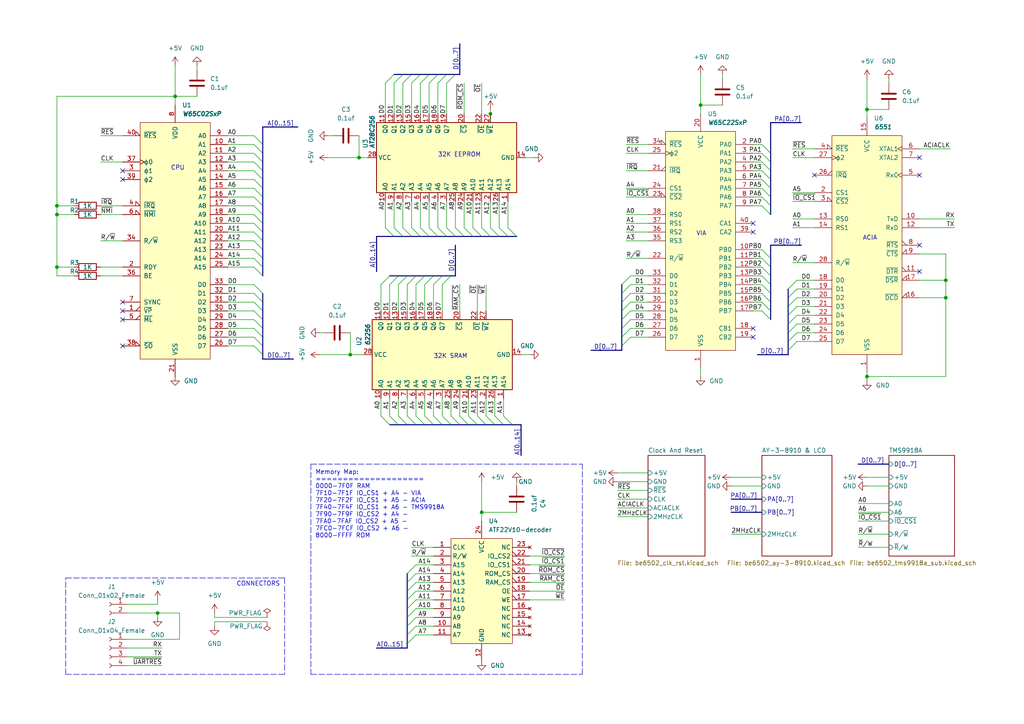
<source format=kicad_sch>
(kicad_sch (version 20211123) (generator eeschema)
  (paper "A4")
  (title_block (title "BE6502 Retroboard"))
  (lib_symbols
    (symbol "65xx:6551" (pin_names (offset 1.016))
      (property "Reference" "U" (at -10.16 33.02 0))
      (property "Value" "6551" (at 0 0 90))
      (symbol "6551_1_1"
        (pin power_in line (at 0 -36.83 90) (length 5.08) (name "VSS") (number "1"))
        (pin output line (at 15.24 7.62 180) (length 5.08) (name "TxD") (number "10"))
        (pin output output_low (at 15.24 -7.62 180) (length 5.08) (name "~{DTR}") (number "11"))
        (pin input line (at 15.24 5.08 180) (length 5.08) (name "RxD") (number "12"))
        (pin input line (at -15.24 7.62 0) (length 5.08) (name "RS0") (number "13"))
        (pin input line (at -15.24 5.08 0) (length 5.08) (name "RS1") (number "14"))
        (pin power_in line (at 0 36.83 270) (length 5.08) (name "VCC") (number "15"))
        (pin input input_low (at 15.24 -15.24 180) (length 5.08) (name "~{DCD}") (number "16"))
        (pin input input_low (at 15.24 -10.16 180) (length 5.08) (name "~{DSR}") (number "17"))
        (pin bidirectional line (at -15.24 -10.16 0) (length 5.08) (name "D0") (number "18"))
        (pin bidirectional line (at -15.24 -12.7 0) (length 5.08) (name "D1") (number "19"))
        (pin input line (at -15.24 15.24 0) (length 5.08) (name "CS1") (number "2"))
        (pin bidirectional line (at -15.24 -15.24 0) (length 5.08) (name "D2") (number "20"))
        (pin bidirectional line (at -15.24 -17.78 0) (length 5.08) (name "D3") (number "21"))
        (pin bidirectional line (at -15.24 -20.32 0) (length 5.08) (name "D4") (number "22"))
        (pin bidirectional line (at -15.24 -22.86 0) (length 5.08) (name "D5") (number "23"))
        (pin bidirectional line (at -15.24 -25.4 0) (length 5.08) (name "D6") (number "24"))
        (pin bidirectional line (at -15.24 -27.94 0) (length 5.08) (name "D7") (number "25"))
        (pin open_collector output_low (at -15.24 20.32 0) (length 5.08) (name "~{IRQ}") (number "26"))
        (pin input clock (at -15.24 25.4 0) (length 5.08) (name "ϕ2") (number "27"))
        (pin input line (at -15.24 -5.08 0) (length 5.08) (name "R/~{W}") (number "28"))
        (pin input input_low (at -15.24 12.7 0) (length 5.08) (name "~{CS2}") (number "3"))
        (pin input input_low (at -15.24 27.94 0) (length 5.08) (name "~{RES}") (number "4"))
        (pin bidirectional clock (at 15.24 20.32 180) (length 5.08) (name "RxC") (number "5"))
        (pin input clock (at 15.24 27.94 180) (length 5.08) (name "XTAL1") (number "6"))
        (pin output line (at 15.24 25.4 180) (length 5.08) (name "XTAL2") (number "7"))
        (pin output output_low (at 15.24 0 180) (length 5.08) (name "~{RTS}") (number "8"))
        (pin input input_low (at 15.24 -2.54 180) (length 5.08) (name "~{CTS}") (number "9"))
      )
    )
    (symbol "65xx:W65C02SxP" (pin_names (offset 1.016))
      (property "Reference" "U" (at -10.16 35.56 0))
      (property "Value" "W65C02SxP" (at 0 0 90))
      (symbol "W65C02SxP_1_1"
        (pin output output_low (at -15.24 -20.32 0) (length 5.08) (name "~{VP}") (number "1"))
        (pin tri_state line (at 15.24 27.94 180) (length 5.08) (name "A1") (number "10"))
        (pin tri_state line (at 15.24 25.4 180) (length 5.08) (name "A2") (number "11"))
        (pin tri_state line (at 15.24 22.86 180) (length 5.08) (name "A3") (number "12"))
        (pin tri_state line (at 15.24 20.32 180) (length 5.08) (name "A4") (number "13"))
        (pin tri_state line (at 15.24 17.78 180) (length 5.08) (name "A5") (number "14"))
        (pin tri_state line (at 15.24 15.24 180) (length 5.08) (name "A6") (number "15"))
        (pin tri_state line (at 15.24 12.7 180) (length 5.08) (name "A7") (number "16"))
        (pin tri_state line (at 15.24 10.16 180) (length 5.08) (name "A8") (number "17"))
        (pin tri_state line (at 15.24 7.62 180) (length 5.08) (name "A9") (number "18"))
        (pin tri_state line (at 15.24 5.08 180) (length 5.08) (name "A10") (number "19"))
        (pin open_collector line (at -15.24 -7.62 0) (length 5.08) (name "RDY") (number "2"))
        (pin tri_state line (at 15.24 2.54 180) (length 5.08) (name "A11") (number "20"))
        (pin power_in line (at 0 -39.37 90) (length 5.08) (name "VSS") (number "21"))
        (pin tri_state line (at 15.24 0 180) (length 5.08) (name "A12") (number "22"))
        (pin tri_state line (at 15.24 -2.54 180) (length 5.08) (name "A13") (number "23"))
        (pin tri_state line (at 15.24 -5.08 180) (length 5.08) (name "A14") (number "24"))
        (pin tri_state line (at 15.24 -7.62 180) (length 5.08) (name "A15") (number "25"))
        (pin bidirectional line (at 15.24 -30.48 180) (length 5.08) (name "D7") (number "26"))
        (pin bidirectional line (at 15.24 -27.94 180) (length 5.08) (name "D6") (number "27"))
        (pin bidirectional line (at 15.24 -25.4 180) (length 5.08) (name "D5") (number "28"))
        (pin bidirectional line (at 15.24 -22.86 180) (length 5.08) (name "D4") (number "29"))
        (pin output line (at -15.24 20.32 0) (length 5.08) (name "ϕ1") (number "3"))
        (pin bidirectional line (at 15.24 -20.32 180) (length 5.08) (name "D3") (number "30"))
        (pin bidirectional line (at 15.24 -17.78 180) (length 5.08) (name "D2") (number "31"))
        (pin bidirectional line (at 15.24 -15.24 180) (length 5.08) (name "D1") (number "32"))
        (pin bidirectional line (at 15.24 -12.7 180) (length 5.08) (name "D0") (number "33"))
        (pin tri_state line (at -15.24 0 0) (length 5.08) (name "R/~{W}") (number "34"))
        (pin no_connect non_logic (at -10.16 -27.94 0) (length 2.54) hide (name "nc") (number "35"))
        (pin input line (at -15.24 -10.16 0) (length 5.08) (name "BE") (number "36"))
        (pin input clock (at -15.24 22.86 0) (length 5.08) (name "ϕ0") (number "37"))
        (pin input input_low (at -15.24 -30.48 0) (length 5.08) (name "~{SO}") (number "38"))
        (pin output line (at -15.24 17.78 0) (length 5.08) (name "ϕ2") (number "39"))
        (pin input input_low (at -15.24 10.16 0) (length 5.08) (name "~{IRQ}") (number "4"))
        (pin input input_low (at -15.24 30.48 0) (length 5.08) (name "~{RES}") (number "40"))
        (pin output output_low (at -15.24 -22.86 0) (length 5.08) (name "~{ML}") (number "5"))
        (pin input input_low (at -15.24 7.62 0) (length 5.08) (name "~{NMI}") (number "6"))
        (pin output line (at -15.24 -17.78 0) (length 5.08) (name "SYNC") (number "7"))
        (pin power_in line (at 0 39.37 270) (length 5.08) (name "VDD") (number "8"))
        (pin tri_state line (at 15.24 30.48 180) (length 5.08) (name "A0") (number "9"))
      )
    )
    (symbol "65xx:W65C22SxP" (pin_names (offset 1.016))
      (property "Reference" "U" (at -10.16 33.02 0))
      (property "Value" "W65C22SxP" (at 0 0 90))
      (symbol "W65C22SxP_1_1"
        (pin power_in line (at 0 -36.83 90) (length 5.08) (name "VSS") (number "1"))
        (pin bidirectional line (at 15.24 -2.54 180) (length 5.08) (name "PB0") (number "10"))
        (pin bidirectional line (at 15.24 -5.08 180) (length 5.08) (name "PB1") (number "11"))
        (pin bidirectional line (at 15.24 -7.62 180) (length 5.08) (name "PB2") (number "12"))
        (pin bidirectional line (at 15.24 -10.16 180) (length 5.08) (name "PB3") (number "13"))
        (pin bidirectional line (at 15.24 -12.7 180) (length 5.08) (name "PB4") (number "14"))
        (pin bidirectional line (at 15.24 -15.24 180) (length 5.08) (name "PB5") (number "15"))
        (pin bidirectional line (at 15.24 -17.78 180) (length 5.08) (name "PB6") (number "16"))
        (pin bidirectional line (at 15.24 -20.32 180) (length 5.08) (name "PB7") (number "17"))
        (pin input line (at 15.24 -25.4 180) (length 5.08) (name "CB1") (number "18"))
        (pin bidirectional line (at 15.24 -27.94 180) (length 5.08) (name "CB2") (number "19"))
        (pin bidirectional line (at 15.24 27.94 180) (length 5.08) (name "PA0") (number "2"))
        (pin power_in line (at 0 36.83 270) (length 5.08) (name "VCC") (number "20"))
        (pin output output_low (at -15.24 20.32 0) (length 5.08) (name "~{IRQ}") (number "21"))
        (pin input line (at -15.24 -5.08 0) (length 5.08) (name "R/~{W}") (number "22"))
        (pin input input_low (at -15.24 12.7 0) (length 5.08) (name "~{CS2}") (number "23"))
        (pin input line (at -15.24 15.24 0) (length 5.08) (name "CS1") (number "24"))
        (pin input clock (at -15.24 25.4 0) (length 5.08) (name "ϕ2") (number "25"))
        (pin bidirectional line (at -15.24 -27.94 0) (length 5.08) (name "D7") (number "26"))
        (pin bidirectional line (at -15.24 -25.4 0) (length 5.08) (name "D6") (number "27"))
        (pin bidirectional line (at -15.24 -22.86 0) (length 5.08) (name "D5") (number "28"))
        (pin bidirectional line (at -15.24 -20.32 0) (length 5.08) (name "D4") (number "29"))
        (pin bidirectional line (at 15.24 25.4 180) (length 5.08) (name "PA1") (number "3"))
        (pin bidirectional line (at -15.24 -17.78 0) (length 5.08) (name "D3") (number "30"))
        (pin bidirectional line (at -15.24 -15.24 0) (length 5.08) (name "D2") (number "31"))
        (pin bidirectional line (at -15.24 -12.7 0) (length 5.08) (name "D1") (number "32"))
        (pin bidirectional line (at -15.24 -10.16 0) (length 5.08) (name "D0") (number "33"))
        (pin input input_low (at -15.24 27.94 0) (length 5.08) (name "~{RES}") (number "34"))
        (pin input line (at -15.24 0 0) (length 5.08) (name "RS3") (number "35"))
        (pin input line (at -15.24 2.54 0) (length 5.08) (name "RS2") (number "36"))
        (pin input line (at -15.24 5.08 0) (length 5.08) (name "RS1") (number "37"))
        (pin input line (at -15.24 7.62 0) (length 5.08) (name "RS0") (number "38"))
        (pin bidirectional line (at 15.24 2.54 180) (length 5.08) (name "CA2") (number "39"))
        (pin bidirectional line (at 15.24 22.86 180) (length 5.08) (name "PA2") (number "4"))
        (pin input line (at 15.24 5.08 180) (length 5.08) (name "CA1") (number "40"))
        (pin bidirectional line (at 15.24 20.32 180) (length 5.08) (name "PA3") (number "5"))
        (pin bidirectional line (at 15.24 17.78 180) (length 5.08) (name "PA4") (number "6"))
        (pin bidirectional line (at 15.24 15.24 180) (length 5.08) (name "PA5") (number "7"))
        (pin bidirectional line (at 15.24 12.7 180) (length 5.08) (name "PA6") (number "8"))
        (pin bidirectional line (at 15.24 10.16 180) (length 5.08) (name "PA7") (number "9"))
      )
    )
    (symbol "Connector:Conn_01x02_Female" (pin_names (offset 1.016) hide)
      (property "Reference" "J" (at 0 2.54 0))
      (property "Value" "Conn_01x02_Female" (at 0 -5.08 0))
      (symbol "Conn_01x02_Female_1_1"
        (pin passive line (at -5.08 0 0) (length 3.81) (name "Pin_1") (number "1"))
        (pin passive line (at -5.08 -2.54 0) (length 3.81) (name "Pin_2") (number "2"))
      )
    )
    (symbol "Connector:Conn_01x04_Female" (pin_names (offset 1.016) hide)
      (property "Reference" "J" (at 0 5.08 0))
      (property "Value" "Conn_01x04_Female" (at 0 -7.62 0))
      (symbol "Conn_01x04_Female_1_1"
        (pin passive line (at -5.08 2.54 0) (length 3.81) (name "Pin_1") (number "1"))
        (pin passive line (at -5.08 0 0) (length 3.81) (name "Pin_2") (number "2"))
        (pin passive line (at -5.08 -2.54 0) (length 3.81) (name "Pin_3") (number "3"))
        (pin passive line (at -5.08 -5.08 0) (length 3.81) (name "Pin_4") (number "4"))
      )
    )
    (symbol "Device:C" (pin_numbers hide) (pin_names (offset 0.254))
      (property "Reference" "C" (at 0.635 2.54 0))
      (property "Value" "C" (at 0.635 -2.54 0))
      (symbol "C_1_1"
        (pin passive line (at 0 3.81 270) (length 2.794) (name "~") (number "1"))
        (pin passive line (at 0 -3.81 90) (length 2.794) (name "~") (number "2"))
      )
    )
    (symbol "Device:R" (pin_numbers hide) (pin_names (offset 0))
      (property "Reference" "R" (at 2.032 0 90))
      (property "Value" "R" (at 0 0 90))
      (symbol "R_1_1"
        (pin passive line (at 0 3.81 270) (length 1.27) (name "~") (number "1"))
        (pin passive line (at 0 -3.81 90) (length 1.27) (name "~") (number "2"))
      )
    )
    (symbol "Memory_RAM:KM62256CLP"
      (property "Reference" "U3" (at -10.16 21.59 0))
      (property "Value" "KM62256CLP" (at 1.27 21.59 0))
      (symbol "KM62256CLP_0_0"
        (pin power_in line (at 0 -22.86 90) (length 2.54) (name "GND") (number "14"))
        (pin power_in line (at 0 22.86 270) (length 2.54) (name "VCC") (number "28"))
      )
      (symbol "KM62256CLP_1_1"
        (pin input line (at -12.7 -17.78 0) (length 2.54) (name "A14") (number "1"))
        (pin input line (at -12.7 17.78 0) (length 2.54) (name "A0") (number "10"))
        (pin tri_state line (at 12.7 17.78 180) (length 2.54) (name "Q0") (number "11"))
        (pin tri_state line (at 12.7 15.24 180) (length 2.54) (name "Q1") (number "12"))
        (pin tri_state line (at 12.7 12.7 180) (length 2.54) (name "Q2") (number "13"))
        (pin tri_state line (at 12.7 10.16 180) (length 2.54) (name "Q3") (number "15"))
        (pin tri_state line (at 12.7 7.62 180) (length 2.54) (name "Q4") (number "16"))
        (pin tri_state line (at 12.7 5.08 180) (length 2.54) (name "Q5") (number "17"))
        (pin tri_state line (at 12.7 2.54 180) (length 2.54) (name "Q6") (number "18"))
        (pin tri_state line (at 12.7 0 180) (length 2.54) (name "Q7") (number "19"))
        (pin input line (at -12.7 -12.7 0) (length 2.54) (name "A12") (number "2"))
        (pin input line (at 12.7 -5.08 180) (length 2.54) (name "~{CS}") (number "20"))
        (pin input line (at -12.7 -7.62 0) (length 2.54) (name "A10") (number "21"))
        (pin input line (at 12.7 -10.16 180) (length 2.54) (name "~{OE}") (number "22"))
        (pin input line (at -12.7 -10.16 0) (length 2.54) (name "A11") (number "23"))
        (pin input line (at -12.7 -5.08 0) (length 2.54) (name "A9") (number "24"))
        (pin input line (at -12.7 -2.54 0) (length 2.54) (name "A8") (number "25"))
        (pin input line (at -12.7 -15.24 0) (length 2.54) (name "A13") (number "26"))
        (pin input line (at 12.7 -12.7 180) (length 2.54) (name "~{WE}") (number "27"))
        (pin input line (at -12.7 0 0) (length 2.54) (name "A7") (number "3"))
        (pin input line (at -12.7 2.54 0) (length 2.54) (name "A6") (number "4"))
        (pin input line (at -12.7 5.08 0) (length 2.54) (name "A5") (number "5"))
        (pin input line (at -12.7 7.62 0) (length 2.54) (name "A4") (number "6"))
        (pin input line (at -12.7 10.16 0) (length 2.54) (name "A3") (number "7"))
        (pin input line (at -12.7 12.7 0) (length 2.54) (name "A2") (number "8"))
        (pin input line (at -12.7 15.24 0) (length 2.54) (name "A1") (number "9"))
      )
    )
    (symbol "local_lib:AT28C256"
      (property "Reference" "U4" (at -2.0194 -25.4 0))
      (property "Value" "AT28C256" (at 1.27 21.59 0))
      (symbol "AT28C256_0_0"
        (pin power_in line (at 0 -22.86 90) (length 2.54) (name "GND") (number "14"))
        (pin power_in line (at 0 22.86 270) (length 2.54) (name "VCC") (number "28"))
      )
      (symbol "AT28C256_1_1"
        (pin input line (at -12.7 -17.78 0) (length 2.54) (name "A14") (number "1"))
        (pin input line (at -12.7 17.78 0) (length 2.54) (name "A0") (number "10"))
        (pin tri_state line (at 12.7 17.78 180) (length 2.54) (name "Q0") (number "11"))
        (pin tri_state line (at 12.7 15.24 180) (length 2.54) (name "Q1") (number "12"))
        (pin tri_state line (at 12.7 12.7 180) (length 2.54) (name "Q2") (number "13"))
        (pin tri_state line (at 12.7 10.16 180) (length 2.54) (name "Q3") (number "15"))
        (pin tri_state line (at 12.7 7.62 180) (length 2.54) (name "Q4") (number "16"))
        (pin tri_state line (at 12.7 5.08 180) (length 2.54) (name "Q5") (number "17"))
        (pin tri_state line (at 12.7 2.54 180) (length 2.54) (name "Q6") (number "18"))
        (pin tri_state line (at 12.7 0 180) (length 2.54) (name "Q7") (number "19"))
        (pin input line (at -12.7 -12.7 0) (length 2.54) (name "A12") (number "2"))
        (pin input line (at 12.7 -5.08 180) (length 2.54) (name "~{CS}") (number "20"))
        (pin input line (at -12.7 -7.62 0) (length 2.54) (name "A10") (number "21"))
        (pin input line (at 12.7 -10.16 180) (length 2.54) (name "~{OE}") (number "22"))
        (pin input line (at -12.7 -10.16 0) (length 2.54) (name "A11") (number "23"))
        (pin input line (at -12.7 -5.08 0) (length 2.54) (name "A9") (number "24"))
        (pin input line (at -12.7 -2.54 0) (length 2.54) (name "A8") (number "25"))
        (pin input line (at -12.7 -15.24 0) (length 2.54) (name "A13") (number "26"))
        (pin input line (at 12.7 -12.7 180) (length 2.54) (name "~{WE}") (number "27"))
        (pin input line (at -12.7 0 0) (length 2.54) (name "A7") (number "3"))
        (pin input line (at -12.7 2.54 0) (length 2.54) (name "A6") (number "4"))
        (pin input line (at -12.7 5.08 0) (length 2.54) (name "A5") (number "5"))
        (pin input line (at -12.7 7.62 0) (length 2.54) (name "A4") (number "6"))
        (pin input line (at -12.7 10.16 0) (length 2.54) (name "A3") (number "7"))
        (pin input line (at -12.7 12.7 0) (length 2.54) (name "A2") (number "8"))
        (pin input line (at -12.7 15.24 0) (length 2.54) (name "A1") (number "9"))
      )
    )
    (symbol "local_lib:ATF22V10-decoder"
      (property "Reference" "U4" (at 2.0194 2.54 0))
      (property "Value" "ATF22V10-decoder" (at 2.0194 0 0))
      (symbol "ATF22V10-decoder_1_1"
        (pin input line (at -13.97 -5.08 0) (length 5) (name "CLK") (number "1"))
        (pin input line (at -13.97 -27.94 0) (length 5) (name "A8") (number "10"))
        (pin input line (at -13.97 -30.48 0) (length 5) (name "A7") (number "11"))
        (pin power_in line (at 0 -38.1 90) (length 5) (name "GND") (number "12"))
        (pin no_connect line (at 13.97 -30.48 180) (length 5) (name "NC") (number "13"))
        (pin no_connect line (at 13.97 -27.94 180) (length 5) (name "NC") (number "14"))
        (pin no_connect line (at 13.97 -25.4 180) (length 5) (name "NC") (number "15"))
        (pin no_connect line (at 13.97 -22.86 180) (length 5) (name "NC") (number "16"))
        (pin output output_low (at 13.97 -20.32 180) (length 5) (name "WE") (number "17"))
        (pin output output_low (at 13.97 -17.78 180) (length 5) (name "OE") (number "18"))
        (pin output output_low (at 13.97 -15.24 180) (length 5) (name "RAM_CS") (number "19"))
        (pin input line (at -13.97 -7.62 0) (length 5) (name "R/W") (number "2"))
        (pin output output_low (at 13.97 -12.7 180) (length 5) (name "ROM_CS") (number "20"))
        (pin output output_low (at 13.97 -10.16 180) (length 5) (name "IO_CS1") (number "21"))
        (pin output output_low (at 13.97 -7.62 180) (length 5) (name "IO_CS2") (number "22"))
        (pin no_connect line (at 13.97 -5.08 180) (length 5) (name "NC") (number "23"))
        (pin power_in line (at 0 2.54 270) (length 5) (name "VCC") (number "24"))
        (pin input line (at -13.97 -10.16 0) (length 5) (name "A15") (number "3"))
        (pin input line (at -13.97 -12.7 0) (length 5) (name "A14") (number "4"))
        (pin input line (at -13.97 -15.24 0) (length 5) (name "A13") (number "5"))
        (pin input line (at -13.97 -17.78 0) (length 5) (name "A12") (number "6"))
        (pin input line (at -13.97 -20.32 0) (length 5) (name "A11") (number "7"))
        (pin input line (at -13.97 -22.86 0) (length 5) (name "A10") (number "8"))
        (pin input line (at -13.97 -25.4 0) (length 5) (name "A9") (number "9"))
      )
    )
    (symbol "power:+5V" (power) (pin_names (offset 0))
      (property "Value" "+5V" (at 0 3.556 0))
      (symbol "+5V_1_1"
        (pin power_in line (at 0 0 90) (length 0) hide (name "+5V") (number "1"))
      )
    )
    (symbol "power:GND" (power) (pin_names (offset 0))
      (property "Value" "GND" (at 0 -3.81 0))
      (symbol "GND_1_1"
        (pin power_in line (at 0 0 270) (length 0) hide (name "GND") (number "1"))
      )
    )
    (symbol "power:PWR_FLAG" (power) (pin_numbers hide) (pin_names (offset 0) hide)
      (property "Value" "PWR_FLAG" (at 0 3.81 0))
      (symbol "PWR_FLAG_0_0"
        (pin power_out line (at 0 0 90) (length 0) (name "pwr") (number "1"))
      )
    )
  )
  (junction (at 50.8 27.94))
  (junction (at 104.14 45.72))
  (junction (at 142.24 33.02))
  (junction (at 16.51 59.69))
  (junction (at 251.46 31.75))
  (junction (at 274.32 86.36))
  (junction (at 139.7 148.59))
  (junction (at 16.51 77.47))
  (junction (at 203.2 30.48))
  (junction (at 45.72 177.8))
  (junction (at 251.46 109.22))
  (junction (at 101.6 102.87))
  (junction (at 16.51 62.23))
  (junction (at 274.32 81.28))
  (no_connect (at 236.22 50.8))
  (no_connect (at 218.44 64.77))
  (no_connect (at 218.44 67.31))
  (no_connect (at 218.44 97.79))
  (no_connect (at 218.44 95.25))
  (no_connect (at 266.7 45.72))
  (no_connect (at 266.7 50.8))
  (no_connect (at 266.7 71.12))
  (no_connect (at 266.7 78.74))
  (no_connect (at 35.56 52.07))
  (no_connect (at 35.56 90.17))
  (no_connect (at 35.56 87.63))
  (no_connect (at 35.56 92.71))
  (no_connect (at 35.56 100.33))
  (no_connect (at 35.56 49.53))
  (bus_entry (at 138.43 120.65) (size 2.54 2.54))
  (bus_entry (at 73.66 74.93) (size 2.54 2.54))
  (bus_entry (at 73.66 54.61) (size 2.54 2.54))
  (bus_entry (at 118.11 184.15) (size 2.54 -2.54))
  (bus_entry (at 114.3 24.13) (size 2.54 -2.54))
  (bus_entry (at 115.57 120.65) (size 2.54 2.54))
  (bus_entry (at 73.66 59.69) (size 2.54 2.54))
  (bus_entry (at 182.88 85.09) (size -2.54 2.54))
  (bus_entry (at 231.14 96.52) (size -2.54 2.54))
  (bus_entry (at 220.98 85.09) (size 2.54 2.54))
  (bus_entry (at 125.73 82.55) (size 2.54 -2.54))
  (bus_entry (at 231.14 93.98) (size -2.54 2.54))
  (bus_entry (at 220.98 82.55) (size 2.54 2.54))
  (bus_entry (at 73.66 67.31) (size 2.54 2.54))
  (bus_entry (at 182.88 97.79) (size -2.54 2.54))
  (bus_entry (at 182.88 90.17) (size -2.54 2.54))
  (bus_entry (at 182.88 80.01) (size -2.54 2.54))
  (bus_entry (at 118.11 186.69) (size 2.54 -2.54))
  (bus_entry (at 231.14 88.9) (size -2.54 2.54))
  (bus_entry (at 111.76 24.13) (size 2.54 -2.54))
  (bus_entry (at 110.49 120.65) (size 2.54 2.54))
  (bus_entry (at 231.14 99.06) (size -2.54 2.54))
  (bus_entry (at 116.84 24.13) (size 2.54 -2.54))
  (bus_entry (at 123.19 120.65) (size 2.54 2.54))
  (bus_entry (at 73.66 64.77) (size 2.54 2.54))
  (bus_entry (at 139.7 66.04) (size 2.54 2.54))
  (bus_entry (at 144.78 66.04) (size 2.54 2.54))
  (bus_entry (at 220.98 90.17) (size 2.54 2.54))
  (bus_entry (at 129.54 24.13) (size 2.54 -2.54))
  (bus_entry (at 111.76 66.04) (size 2.54 2.54))
  (bus_entry (at 73.66 82.55) (size 2.54 2.54))
  (bus_entry (at 220.98 44.45) (size 2.54 2.54))
  (bus_entry (at 220.98 41.91) (size 2.54 2.54))
  (bus_entry (at 220.98 46.99) (size 2.54 2.54))
  (bus_entry (at 220.98 49.53) (size 2.54 2.54))
  (bus_entry (at 220.98 52.07) (size 2.54 2.54))
  (bus_entry (at 220.98 54.61) (size 2.54 2.54))
  (bus_entry (at 220.98 57.15) (size 2.54 2.54))
  (bus_entry (at 220.98 59.69) (size 2.54 2.54))
  (bus_entry (at 121.92 66.04) (size 2.54 2.54))
  (bus_entry (at 182.88 95.25) (size -2.54 2.54))
  (bus_entry (at 124.46 24.13) (size 2.54 -2.54))
  (bus_entry (at 118.11 171.45) (size 2.54 -2.54))
  (bus_entry (at 220.98 74.93) (size 2.54 2.54))
  (bus_entry (at 220.98 80.01) (size 2.54 2.54))
  (bus_entry (at 123.19 82.55) (size 2.54 -2.54))
  (bus_entry (at 120.65 120.65) (size 2.54 2.54))
  (bus_entry (at 182.88 87.63) (size -2.54 2.54))
  (bus_entry (at 113.03 120.65) (size 2.54 2.54))
  (bus_entry (at 137.16 66.04) (size 2.54 2.54))
  (bus_entry (at 118.11 166.37) (size 2.54 -2.54))
  (bus_entry (at 118.11 168.91) (size 2.54 -2.54))
  (bus_entry (at 118.11 179.07) (size 2.54 -2.54))
  (bus_entry (at 73.66 52.07) (size 2.54 2.54))
  (bus_entry (at 73.66 46.99) (size 2.54 2.54))
  (bus_entry (at 147.32 66.04) (size 2.54 2.54))
  (bus_entry (at 142.24 66.04) (size 2.54 2.54))
  (bus_entry (at 73.66 72.39) (size 2.54 2.54))
  (bus_entry (at 231.14 83.82) (size -2.54 2.54))
  (bus_entry (at 146.05 120.65) (size 2.54 2.54))
  (bus_entry (at 133.35 120.65) (size 2.54 2.54))
  (bus_entry (at 129.54 66.04) (size 2.54 2.54))
  (bus_entry (at 113.03 82.55) (size 2.54 -2.54))
  (bus_entry (at 73.66 62.23) (size 2.54 2.54))
  (bus_entry (at 182.88 92.71) (size -2.54 2.54))
  (bus_entry (at 231.14 81.28) (size -2.54 2.54))
  (bus_entry (at 125.73 120.65) (size 2.54 2.54))
  (bus_entry (at 118.11 173.99) (size 2.54 -2.54))
  (bus_entry (at 127 66.04) (size 2.54 2.54))
  (bus_entry (at 118.11 176.53) (size 2.54 -2.54))
  (bus_entry (at 115.57 82.55) (size 2.54 -2.54))
  (bus_entry (at 220.98 72.39) (size 2.54 2.54))
  (bus_entry (at 73.66 44.45) (size 2.54 2.54))
  (bus_entry (at 143.51 120.65) (size 2.54 2.54))
  (bus_entry (at 220.98 87.63) (size 2.54 2.54))
  (bus_entry (at 116.84 66.04) (size 2.54 2.54))
  (bus_entry (at 231.14 86.36) (size -2.54 2.54))
  (bus_entry (at 110.49 82.55) (size 2.54 -2.54))
  (bus_entry (at 132.08 66.04) (size 2.54 2.54))
  (bus_entry (at 130.81 120.65) (size 2.54 2.54))
  (bus_entry (at 73.66 77.47) (size 2.54 2.54))
  (bus_entry (at 140.97 120.65) (size 2.54 2.54))
  (bus_entry (at 119.38 24.13) (size 2.54 -2.54))
  (bus_entry (at 73.66 100.33) (size 2.54 2.54))
  (bus_entry (at 73.66 95.25) (size 2.54 2.54))
  (bus_entry (at 73.66 92.71) (size 2.54 2.54))
  (bus_entry (at 73.66 97.79) (size 2.54 2.54))
  (bus_entry (at 73.66 85.09) (size 2.54 2.54))
  (bus_entry (at 73.66 87.63) (size 2.54 2.54))
  (bus_entry (at 73.66 90.17) (size 2.54 2.54))
  (bus_entry (at 120.65 82.55) (size 2.54 -2.54))
  (bus_entry (at 119.38 66.04) (size 2.54 2.54))
  (bus_entry (at 73.66 69.85) (size 2.54 2.54))
  (bus_entry (at 124.46 66.04) (size 2.54 2.54))
  (bus_entry (at 231.14 91.44) (size -2.54 2.54))
  (bus_entry (at 128.27 82.55) (size 2.54 -2.54))
  (bus_entry (at 73.66 39.37) (size 2.54 2.54))
  (bus_entry (at 73.66 41.91) (size 2.54 2.54))
  (bus_entry (at 73.66 49.53) (size 2.54 2.54))
  (bus_entry (at 128.27 120.65) (size 2.54 2.54))
  (bus_entry (at 73.66 57.15) (size 2.54 2.54))
  (bus_entry (at 135.89 120.65) (size 2.54 2.54))
  (bus_entry (at 118.11 82.55) (size 2.54 -2.54))
  (bus_entry (at 220.98 77.47) (size 2.54 2.54))
  (bus_entry (at 118.11 120.65) (size 2.54 2.54))
  (bus_entry (at 182.88 82.55) (size -2.54 2.54))
  (bus_entry (at 121.92 24.13) (size 2.54 -2.54))
  (bus_entry (at 114.3 66.04) (size 2.54 2.54))
  (bus_entry (at 118.11 181.61) (size 2.54 -2.54))
  (bus_entry (at 127 24.13) (size 2.54 -2.54))
  (bus_entry (at 134.62 66.04) (size 2.54 2.54))
  (wire (pts (xy 251.46 109.22) (xy 251.46 110.49)))
  (wire (pts (xy 218.44 90.17) (xy 220.98 90.17)))
  (bus (pts (xy 123.19 80.01) (xy 125.73 80.01)))
  (wire (pts (xy 125.73 90.17) (xy 125.73 82.55)))
  (wire (pts (xy 236.22 81.28) (xy 231.14 81.28)))
  (wire (pts (xy 66.04 59.69) (xy 73.66 59.69)))
  (wire (pts (xy 66.04 57.15) (xy 73.66 57.15)))
  (wire (pts (xy 218.44 85.09) (xy 220.98 85.09)))
  (wire (pts (xy 128.27 90.17) (xy 128.27 82.55)))
  (wire (pts (xy 218.44 87.63) (xy 220.98 87.63)))
  (wire (pts (xy 218.44 52.07) (xy 220.98 52.07)))
  (bus (pts (xy 76.2 102.87) (xy 76.2 104.14)))
  (bus (pts (xy 228.6 86.36) (xy 228.6 88.9)))
  (wire (pts (xy 236.22 86.36) (xy 231.14 86.36)))
  (wire (pts (xy 133.35 82.55) (xy 133.35 90.17)))
  (bus (pts (xy 130.81 80.01) (xy 132.08 80.01)))
  (wire (pts (xy 181.61 62.23) (xy 187.96 62.23)))
  (wire (pts (xy 229.87 55.88) (xy 236.22 55.88)))
  (bus (pts (xy 76.2 104.14) (xy 85.09 104.14)))
  (wire (pts (xy 218.44 72.39) (xy 220.98 72.39)))
  (polyline (pts (xy 90.17 134.62) (xy 168.91 134.62)))
  (wire (pts (xy 140.97 82.55) (xy 140.97 90.17)))
  (bus (pts (xy 115.57 123.19) (xy 118.11 123.19)))
  (bus (pts (xy 148.59 123.19) (xy 151.13 123.19)))
  (wire (pts (xy 66.04 41.91) (xy 73.66 41.91)))
  (wire (pts (xy 66.04 90.17) (xy 73.66 90.17)))
  (wire (pts (xy 179.07 139.7) (xy 187.96 139.7)))
  (wire (pts (xy 66.04 64.77) (xy 73.66 64.77)))
  (bus (pts (xy 228.6 93.98) (xy 228.6 96.52)))
  (wire (pts (xy 229.87 66.04) (xy 236.22 66.04)))
  (wire (pts (xy 142.24 33.02) (xy 142.24 31.75)))
  (wire (pts (xy 248.92 146.05) (xy 257.81 146.05)))
  (bus (pts (xy 118.11 166.37) (xy 118.11 168.91)))
  (wire (pts (xy 179.07 137.16) (xy 187.96 137.16)))
  (bus (pts (xy 223.52 71.12) (xy 223.52 74.93)))
  (wire (pts (xy 50.8 27.94) (xy 50.8 30.48)))
  (bus (pts (xy 223.52 35.56) (xy 223.52 44.45)))
  (wire (pts (xy 229.87 43.18) (xy 236.22 43.18)))
  (wire (pts (xy 236.22 58.42) (xy 229.87 58.42)))
  (wire (pts (xy 142.24 58.42) (xy 142.24 66.04)))
  (wire (pts (xy 120.65 173.99) (xy 125.73 173.99)))
  (bus (pts (xy 109.22 68.58) (xy 114.3 68.58)))
  (bus (pts (xy 125.73 80.01) (xy 128.27 80.01)))
  (bus (pts (xy 76.2 77.47) (xy 76.2 80.01)))
  (wire (pts (xy 120.65 90.17) (xy 120.65 82.55)))
  (wire (pts (xy 66.04 39.37) (xy 73.66 39.37)))
  (bus (pts (xy 132.08 68.58) (xy 134.62 68.58)))
  (bus (pts (xy 118.11 184.15) (xy 118.11 186.69)))
  (wire (pts (xy 212.09 140.97) (xy 220.98 140.97)))
  (wire (pts (xy 66.04 100.33) (xy 73.66 100.33)))
  (wire (pts (xy 179.07 142.24) (xy 187.96 142.24)))
  (wire (pts (xy 36.83 193.04) (xy 46.99 193.04)))
  (bus (pts (xy 76.2 97.79) (xy 76.2 100.33)))
  (wire (pts (xy 251.46 109.22) (xy 274.32 109.22)))
  (bus (pts (xy 151.13 132.08) (xy 151.13 123.19)))
  (wire (pts (xy 218.44 46.99) (xy 220.98 46.99)))
  (wire (pts (xy 16.51 62.23) (xy 16.51 59.69)))
  (wire (pts (xy 139.7 148.59) (xy 139.7 151.13)))
  (wire (pts (xy 187.96 87.63) (xy 182.88 87.63)))
  (polyline (pts (xy 168.91 195.58) (xy 168.91 134.62)))
  (wire (pts (xy 218.44 77.47) (xy 220.98 77.47)))
  (wire (pts (xy 187.96 85.09) (xy 182.88 85.09)))
  (wire (pts (xy 52.07 185.42) (xy 52.07 177.8)))
  (bus (pts (xy 146.05 123.19) (xy 148.59 123.19)))
  (wire (pts (xy 113.03 90.17) (xy 113.03 82.55)))
  (bus (pts (xy 257.81 134.62) (xy 248.92 134.62)))
  (wire (pts (xy 181.61 67.31) (xy 187.96 67.31)))
  (wire (pts (xy 251.46 31.75) (xy 257.81 31.75)))
  (wire (pts (xy 45.72 179.07) (xy 45.72 177.8)))
  (bus (pts (xy 228.6 88.9) (xy 228.6 91.44)))
  (wire (pts (xy 134.62 24.13) (xy 134.62 33.02)))
  (polyline (pts (xy 90.17 134.62) (xy 90.17 195.58)))
  (bus (pts (xy 228.6 102.87) (xy 219.71 102.87)))
  (wire (pts (xy 21.59 80.01) (xy 16.51 80.01)))
  (bus (pts (xy 124.46 68.58) (xy 127 68.58)))
  (wire (pts (xy 66.04 82.55) (xy 73.66 82.55)))
  (wire (pts (xy 236.22 99.06) (xy 231.14 99.06)))
  (bus (pts (xy 76.2 57.15) (xy 76.2 59.69)))
  (bus (pts (xy 114.3 68.58) (xy 116.84 68.58)))
  (wire (pts (xy 124.46 33.02) (xy 124.46 24.13)))
  (wire (pts (xy 146.05 115.57) (xy 146.05 120.65)))
  (wire (pts (xy 21.59 62.23) (xy 16.51 62.23)))
  (bus (pts (xy 129.54 68.58) (xy 132.08 68.58)))
  (bus (pts (xy 129.54 21.59) (xy 132.08 21.59)))
  (wire (pts (xy 129.54 58.42) (xy 129.54 66.04)))
  (wire (pts (xy 50.8 27.94) (xy 57.15 27.94)))
  (wire (pts (xy 229.87 76.2) (xy 236.22 76.2)))
  (bus (pts (xy 232.41 71.12) (xy 223.52 71.12)))
  (wire (pts (xy 181.61 41.91) (xy 187.96 41.91)))
  (bus (pts (xy 138.43 123.19) (xy 140.97 123.19)))
  (wire (pts (xy 111.76 33.02) (xy 111.76 24.13)))
  (wire (pts (xy 218.44 82.55) (xy 220.98 82.55)))
  (wire (pts (xy 120.65 171.45) (xy 125.73 171.45)))
  (bus (pts (xy 76.2 95.25) (xy 76.2 97.79)))
  (wire (pts (xy 120.65 184.15) (xy 125.73 184.15)))
  (wire (pts (xy 153.67 168.91) (xy 163.83 168.91)))
  (wire (pts (xy 66.04 69.85) (xy 73.66 69.85)))
  (bus (pts (xy 223.52 49.53) (xy 223.52 52.07)))
  (bus (pts (xy 133.35 123.19) (xy 135.89 123.19)))
  (bus (pts (xy 223.52 74.93) (xy 223.52 77.47)))
  (wire (pts (xy 45.72 173.99) (xy 45.72 175.26)))
  (wire (pts (xy 251.46 22.86) (xy 251.46 31.75)))
  (wire (pts (xy 218.44 44.45) (xy 220.98 44.45)))
  (bus (pts (xy 76.2 49.53) (xy 76.2 52.07)))
  (wire (pts (xy 36.83 175.26) (xy 45.72 175.26)))
  (wire (pts (xy 266.7 86.36) (xy 274.32 86.36)))
  (wire (pts (xy 125.73 115.57) (xy 125.73 120.65)))
  (wire (pts (xy 218.44 59.69) (xy 220.98 59.69)))
  (bus (pts (xy 76.2 92.71) (xy 76.2 95.25)))
  (wire (pts (xy 179.07 149.86) (xy 187.96 149.86)))
  (bus (pts (xy 76.2 74.93) (xy 76.2 77.47)))
  (wire (pts (xy 121.92 58.42) (xy 121.92 66.04)))
  (wire (pts (xy 137.16 58.42) (xy 137.16 66.04)))
  (wire (pts (xy 236.22 96.52) (xy 231.14 96.52)))
  (wire (pts (xy 127 33.02) (xy 127 24.13)))
  (bus (pts (xy 130.81 123.19) (xy 133.35 123.19)))
  (wire (pts (xy 138.43 82.55) (xy 138.43 90.17)))
  (wire (pts (xy 52.07 177.8) (xy 45.72 177.8)))
  (wire (pts (xy 251.46 31.75) (xy 251.46 34.29)))
  (bus (pts (xy 228.6 99.06) (xy 228.6 101.6)))
  (bus (pts (xy 223.52 90.17) (xy 223.52 92.71)))
  (bus (pts (xy 228.6 91.44) (xy 228.6 93.98)))
  (wire (pts (xy 119.38 58.42) (xy 119.38 66.04)))
  (wire (pts (xy 179.07 147.32) (xy 187.96 147.32)))
  (wire (pts (xy 104.14 45.72) (xy 104.14 39.37)))
  (wire (pts (xy 50.8 19.05) (xy 50.8 27.94)))
  (wire (pts (xy 209.55 22.86) (xy 209.55 21.59)))
  (bus (pts (xy 220.98 148.59) (xy 212.09 148.59)))
  (wire (pts (xy 274.32 73.66) (xy 274.32 81.28)))
  (wire (pts (xy 181.61 69.85) (xy 187.96 69.85)))
  (bus (pts (xy 76.2 52.07) (xy 76.2 54.61)))
  (bus (pts (xy 116.84 21.59) (xy 119.38 21.59)))
  (wire (pts (xy 120.65 181.61) (xy 125.73 181.61)))
  (wire (pts (xy 92.71 102.87) (xy 101.6 102.87)))
  (wire (pts (xy 127 58.42) (xy 127 66.04)))
  (wire (pts (xy 153.67 166.37) (xy 163.83 166.37)))
  (wire (pts (xy 66.04 74.93) (xy 73.66 74.93)))
  (bus (pts (xy 147.32 68.58) (xy 149.86 68.58)))
  (wire (pts (xy 120.65 115.57) (xy 120.65 120.65)))
  (bus (pts (xy 118.11 123.19) (xy 120.65 123.19)))
  (wire (pts (xy 116.84 58.42) (xy 116.84 66.04)))
  (wire (pts (xy 66.04 49.53) (xy 73.66 49.53)))
  (bus (pts (xy 146.05 123.19) (xy 143.51 123.19)))
  (wire (pts (xy 181.61 49.53) (xy 187.96 49.53)))
  (bus (pts (xy 76.2 90.17) (xy 76.2 92.71)))
  (bus (pts (xy 118.11 173.99) (xy 118.11 176.53)))
  (bus (pts (xy 116.84 68.58) (xy 119.38 68.58)))
  (bus (pts (xy 76.2 85.09) (xy 76.2 87.63)))
  (wire (pts (xy 274.32 86.36) (xy 274.32 109.22)))
  (wire (pts (xy 147.32 58.42) (xy 147.32 66.04)))
  (wire (pts (xy 29.21 59.69) (xy 35.56 59.69)))
  (wire (pts (xy 266.7 43.18) (xy 275.59 43.18)))
  (bus (pts (xy 76.2 41.91) (xy 76.2 44.45)))
  (wire (pts (xy 236.22 88.9) (xy 231.14 88.9)))
  (wire (pts (xy 111.76 58.42) (xy 111.76 66.04)))
  (bus (pts (xy 223.52 59.69) (xy 223.52 62.23)))
  (wire (pts (xy 187.96 97.79) (xy 182.88 97.79)))
  (polyline (pts (xy 19.05 167.64) (xy 82.55 167.64)))
  (bus (pts (xy 125.73 123.19) (xy 128.27 123.19)))
  (wire (pts (xy 116.84 33.02) (xy 116.84 24.13)))
  (bus (pts (xy 118.11 179.07) (xy 118.11 181.61)))
  (wire (pts (xy 123.19 115.57) (xy 123.19 120.65)))
  (wire (pts (xy 257.81 24.13) (xy 257.81 22.86)))
  (wire (pts (xy 212.09 154.94) (xy 220.98 154.94)))
  (wire (pts (xy 29.21 77.47) (xy 35.56 77.47)))
  (bus (pts (xy 109.22 187.96) (xy 118.11 187.96)))
  (bus (pts (xy 228.6 96.52) (xy 228.6 99.06)))
  (polyline (pts (xy 19.05 195.58) (xy 19.05 167.64)))
  (bus (pts (xy 76.2 64.77) (xy 76.2 67.31)))
  (wire (pts (xy 115.57 90.17) (xy 115.57 82.55)))
  (wire (pts (xy 16.51 80.01) (xy 16.51 77.47)))
  (wire (pts (xy 123.19 90.17) (xy 123.19 82.55)))
  (wire (pts (xy 66.04 52.07) (xy 73.66 52.07)))
  (bus (pts (xy 223.52 57.15) (xy 223.52 59.69)))
  (wire (pts (xy 29.21 80.01) (xy 35.56 80.01)))
  (wire (pts (xy 130.81 115.57) (xy 130.81 120.65)))
  (bus (pts (xy 119.38 21.59) (xy 121.92 21.59)))
  (wire (pts (xy 62.23 181.61) (xy 62.23 180.34)))
  (bus (pts (xy 180.34 85.09) (xy 180.34 87.63)))
  (bus (pts (xy 118.11 186.69) (xy 118.11 187.96)))
  (wire (pts (xy 266.7 73.66) (xy 274.32 73.66)))
  (polyline (pts (xy 90.17 195.58) (xy 168.91 195.58)))
  (wire (pts (xy 66.04 97.79) (xy 73.66 97.79)))
  (wire (pts (xy 29.21 39.37) (xy 35.56 39.37)))
  (wire (pts (xy 57.15 20.32) (xy 57.15 19.05)))
  (wire (pts (xy 218.44 54.61) (xy 220.98 54.61)))
  (wire (pts (xy 203.2 30.48) (xy 203.2 33.02)))
  (bus (pts (xy 76.2 100.33) (xy 76.2 102.87)))
  (wire (pts (xy 274.32 81.28) (xy 274.32 86.36)))
  (bus (pts (xy 123.19 123.19) (xy 125.73 123.19)))
  (bus (pts (xy 140.97 123.19) (xy 143.51 123.19)))
  (bus (pts (xy 127 21.59) (xy 129.54 21.59)))
  (wire (pts (xy 110.49 115.57) (xy 110.49 120.65)))
  (bus (pts (xy 76.2 36.83) (xy 76.2 41.91)))
  (wire (pts (xy 248.92 154.94) (xy 257.81 154.94)))
  (wire (pts (xy 251.46 107.95) (xy 251.46 109.22)))
  (wire (pts (xy 114.3 58.42) (xy 114.3 66.04)))
  (wire (pts (xy 62.23 180.34) (xy 77.47 180.34)))
  (bus (pts (xy 109.22 68.58) (xy 109.22 78.74)))
  (wire (pts (xy 66.04 95.25) (xy 73.66 95.25)))
  (bus (pts (xy 113.03 80.01) (xy 115.57 80.01)))
  (wire (pts (xy 139.7 148.59) (xy 149.86 148.59)))
  (bus (pts (xy 76.2 46.99) (xy 76.2 49.53)))
  (bus (pts (xy 144.78 68.58) (xy 147.32 68.58)))
  (wire (pts (xy 101.6 102.87) (xy 105.41 102.87)))
  (wire (pts (xy 218.44 74.93) (xy 220.98 74.93)))
  (wire (pts (xy 266.7 63.5) (xy 276.86 63.5)))
  (bus (pts (xy 180.34 95.25) (xy 180.34 97.79)))
  (bus (pts (xy 142.24 68.58) (xy 144.78 68.58)))
  (wire (pts (xy 203.2 106.68) (xy 203.2 109.22)))
  (wire (pts (xy 29.21 62.23) (xy 35.56 62.23)))
  (bus (pts (xy 114.3 21.59) (xy 116.84 21.59)))
  (wire (pts (xy 266.7 81.28) (xy 274.32 81.28)))
  (wire (pts (xy 218.44 57.15) (xy 220.98 57.15)))
  (bus (pts (xy 223.52 52.07) (xy 223.52 54.61)))
  (bus (pts (xy 223.52 87.63) (xy 223.52 90.17)))
  (bus (pts (xy 76.2 59.69) (xy 76.2 62.23)))
  (bus (pts (xy 76.2 62.23) (xy 76.2 64.77)))
  (wire (pts (xy 128.27 115.57) (xy 128.27 120.65)))
  (wire (pts (xy 139.7 139.7) (xy 139.7 148.59)))
  (wire (pts (xy 187.96 92.71) (xy 182.88 92.71)))
  (wire (pts (xy 66.04 44.45) (xy 73.66 44.45)))
  (bus (pts (xy 118.11 181.61) (xy 118.11 184.15)))
  (polyline (pts (xy 19.05 195.58) (xy 82.55 195.58)))
  (bus (pts (xy 223.52 54.61) (xy 223.52 57.15)))
  (bus (pts (xy 118.11 80.01) (xy 120.65 80.01)))
  (wire (pts (xy 66.04 46.99) (xy 73.66 46.99)))
  (wire (pts (xy 120.65 168.91) (xy 125.73 168.91)))
  (wire (pts (xy 218.44 41.91) (xy 220.98 41.91)))
  (polyline (pts (xy 82.55 167.64) (xy 82.55 195.58)))
  (bus (pts (xy 180.34 90.17) (xy 180.34 92.71)))
  (bus (pts (xy 118.11 171.45) (xy 118.11 173.99)))
  (bus (pts (xy 124.46 21.59) (xy 127 21.59)))
  (wire (pts (xy 120.65 176.53) (xy 125.73 176.53)))
  (bus (pts (xy 228.6 83.82) (xy 228.6 86.36)))
  (wire (pts (xy 218.44 80.01) (xy 220.98 80.01)))
  (wire (pts (xy 251.46 140.97) (xy 257.81 140.97)))
  (wire (pts (xy 153.67 173.99) (xy 163.83 173.99)))
  (wire (pts (xy 187.96 82.55) (xy 182.88 82.55)))
  (wire (pts (xy 134.62 58.42) (xy 134.62 66.04)))
  (wire (pts (xy 251.46 138.43) (xy 257.81 138.43)))
  (bus (pts (xy 128.27 80.01) (xy 130.81 80.01)))
  (wire (pts (xy 113.03 115.57) (xy 113.03 120.65)))
  (bus (pts (xy 76.2 54.61) (xy 76.2 57.15)))
  (wire (pts (xy 66.04 87.63) (xy 73.66 87.63)))
  (bus (pts (xy 228.6 101.6) (xy 228.6 102.87)))
  (wire (pts (xy 181.61 74.93) (xy 187.96 74.93)))
  (wire (pts (xy 36.83 185.42) (xy 52.07 185.42)))
  (wire (pts (xy 139.7 33.02) (xy 139.7 24.13)))
  (bus (pts (xy 223.52 77.47) (xy 223.52 80.01)))
  (bus (pts (xy 119.38 68.58) (xy 121.92 68.58)))
  (wire (pts (xy 218.44 49.53) (xy 220.98 49.53)))
  (bus (pts (xy 128.27 123.19) (xy 130.81 123.19)))
  (wire (pts (xy 187.96 80.01) (xy 182.88 80.01)))
  (bus (pts (xy 180.34 92.71) (xy 180.34 95.25)))
  (wire (pts (xy 266.7 66.04) (xy 276.86 66.04)))
  (wire (pts (xy 36.83 177.8) (xy 45.72 177.8)))
  (wire (pts (xy 120.65 179.07) (xy 125.73 179.07)))
  (wire (pts (xy 179.07 144.78) (xy 187.96 144.78)))
  (wire (pts (xy 21.59 77.47) (xy 16.51 77.47)))
  (bus (pts (xy 121.92 68.58) (xy 124.46 68.58)))
  (wire (pts (xy 149.86 140.97) (xy 149.86 139.7)))
  (wire (pts (xy 138.43 115.57) (xy 138.43 120.65)))
  (wire (pts (xy 36.83 187.96) (xy 46.99 187.96)))
  (bus (pts (xy 180.34 101.6) (xy 171.45 101.6)))
  (wire (pts (xy 132.08 58.42) (xy 132.08 66.04)))
  (wire (pts (xy 187.96 57.15) (xy 181.61 57.15)))
  (wire (pts (xy 21.59 59.69) (xy 16.51 59.69)))
  (wire (pts (xy 120.65 163.83) (xy 125.73 163.83)))
  (bus (pts (xy 223.52 80.01) (xy 223.52 82.55)))
  (bus (pts (xy 118.11 168.91) (xy 118.11 171.45)))
  (wire (pts (xy 66.04 85.09) (xy 73.66 85.09)))
  (bus (pts (xy 180.34 97.79) (xy 180.34 100.33)))
  (wire (pts (xy 153.67 161.29) (xy 163.83 161.29)))
  (wire (pts (xy 29.21 69.85) (xy 35.56 69.85)))
  (wire (pts (xy 95.25 45.72) (xy 104.14 45.72)))
  (wire (pts (xy 153.67 171.45) (xy 163.83 171.45)))
  (wire (pts (xy 133.35 115.57) (xy 133.35 120.65)))
  (wire (pts (xy 66.04 54.61) (xy 73.66 54.61)))
  (wire (pts (xy 119.38 33.02) (xy 119.38 24.13)))
  (wire (pts (xy 101.6 102.87) (xy 101.6 96.52)))
  (wire (pts (xy 236.22 83.82) (xy 231.14 83.82)))
  (bus (pts (xy 118.11 176.53) (xy 118.11 179.07)))
  (wire (pts (xy 66.04 77.47) (xy 73.66 77.47)))
  (bus (pts (xy 137.16 68.58) (xy 139.7 68.58)))
  (wire (pts (xy 129.54 33.02) (xy 129.54 24.13)))
  (bus (pts (xy 76.2 67.31) (xy 76.2 69.85)))
  (wire (pts (xy 248.92 148.59) (xy 257.81 148.59)))
  (bus (pts (xy 223.52 46.99) (xy 223.52 49.53)))
  (wire (pts (xy 36.83 190.5) (xy 46.99 190.5)))
  (bus (pts (xy 135.89 123.19) (xy 138.43 123.19)))
  (bus (pts (xy 133.35 21.59) (xy 133.35 12.7)))
  (wire (pts (xy 119.38 158.75) (xy 125.73 158.75)))
  (wire (pts (xy 62.23 177.8) (xy 62.23 179.07)))
  (wire (pts (xy 104.14 45.72) (xy 106.68 45.72)))
  (wire (pts (xy 236.22 93.98) (xy 231.14 93.98)))
  (bus (pts (xy 120.65 80.01) (xy 123.19 80.01)))
  (wire (pts (xy 203.2 21.59) (xy 203.2 30.48)))
  (wire (pts (xy 66.04 67.31) (xy 73.66 67.31)))
  (bus (pts (xy 134.62 68.58) (xy 137.16 68.58)))
  (wire (pts (xy 153.67 163.83) (xy 163.83 163.83)))
  (wire (pts (xy 118.11 90.17) (xy 118.11 82.55)))
  (wire (pts (xy 29.21 46.99) (xy 35.56 46.99)))
  (bus (pts (xy 180.34 87.63) (xy 180.34 90.17)))
  (bus (pts (xy 223.52 44.45) (xy 223.52 46.99)))
  (wire (pts (xy 110.49 90.17) (xy 110.49 82.55)))
  (wire (pts (xy 135.89 115.57) (xy 135.89 120.65)))
  (wire (pts (xy 187.96 95.25) (xy 182.88 95.25)))
  (wire (pts (xy 203.2 30.48) (xy 209.55 30.48)))
  (bus (pts (xy 180.34 82.55) (xy 180.34 85.09)))
  (wire (pts (xy 144.78 58.42) (xy 144.78 66.04)))
  (bus (pts (xy 132.08 21.59) (xy 133.35 21.59)))
  (wire (pts (xy 142.24 35.56) (xy 142.24 33.02)))
  (bus (pts (xy 115.57 80.01) (xy 118.11 80.01)))
  (wire (pts (xy 120.65 166.37) (xy 125.73 166.37)))
  (bus (pts (xy 76.2 44.45) (xy 76.2 46.99)))
  (wire (pts (xy 229.87 45.72) (xy 236.22 45.72)))
  (wire (pts (xy 152.4 45.72) (xy 154.94 45.72)))
  (wire (pts (xy 119.38 161.29) (xy 125.73 161.29)))
  (wire (pts (xy 139.7 58.42) (xy 139.7 66.04)))
  (wire (pts (xy 66.04 62.23) (xy 73.66 62.23)))
  (wire (pts (xy 121.92 33.02) (xy 121.92 24.13)))
  (bus (pts (xy 121.92 21.59) (xy 124.46 21.59)))
  (bus (pts (xy 232.41 35.56) (xy 223.52 35.56)))
  (bus (pts (xy 120.65 123.19) (xy 123.19 123.19)))
  (wire (pts (xy 248.92 158.75) (xy 257.81 158.75)))
  (wire (pts (xy 143.51 115.57) (xy 143.51 120.65)))
  (bus (pts (xy 127 68.58) (xy 129.54 68.58)))
  (wire (pts (xy 124.46 58.42) (xy 124.46 66.04)))
  (wire (pts (xy 248.92 151.13) (xy 257.81 151.13)))
  (bus (pts (xy 76.2 69.85) (xy 76.2 72.39)))
  (wire (pts (xy 181.61 64.77) (xy 187.96 64.77)))
  (bus (pts (xy 132.08 80.01) (xy 132.08 71.12)))
  (wire (pts (xy 229.87 63.5) (xy 236.22 63.5)))
  (wire (pts (xy 236.22 91.44) (xy 231.14 91.44)))
  (wire (pts (xy 187.96 90.17) (xy 182.88 90.17)))
  (bus (pts (xy 220.98 144.78) (xy 212.09 144.78)))
  (wire (pts (xy 16.51 27.94) (xy 50.8 27.94)))
  (bus (pts (xy 76.2 72.39) (xy 76.2 74.93)))
  (wire (pts (xy 93.98 96.52) (xy 92.71 96.52)))
  (wire (pts (xy 181.61 44.45) (xy 187.96 44.45)))
  (wire (pts (xy 62.23 179.07) (xy 77.47 179.07)))
  (wire (pts (xy 212.09 138.43) (xy 220.98 138.43)))
  (wire (pts (xy 140.97 115.57) (xy 140.97 120.65)))
  (bus (pts (xy 139.7 68.58) (xy 142.24 68.58)))
  (wire (pts (xy 114.3 33.02) (xy 114.3 24.13)))
  (bus (pts (xy 76.2 36.83) (xy 86.36 36.83)))
  (wire (pts (xy 16.51 59.69) (xy 16.51 27.94)))
  (wire (pts (xy 118.11 115.57) (xy 118.11 120.65)))
  (wire (pts (xy 66.04 92.71) (xy 73.66 92.71)))
  (bus (pts (xy 223.52 82.55) (xy 223.52 85.09)))
  (wire (pts (xy 151.13 102.87) (xy 153.67 102.87)))
  (bus (pts (xy 113.03 123.19) (xy 115.57 123.19)))
  (bus (pts (xy 76.2 87.63) (xy 76.2 90.17)))
  (wire (pts (xy 96.52 39.37) (xy 95.25 39.37)))
  (bus (pts (xy 180.34 100.33) (xy 180.34 101.6)))
  (wire (pts (xy 66.04 72.39) (xy 73.66 72.39)))
  (wire (pts (xy 16.51 77.47) (xy 16.51 62.23)))
  (wire (pts (xy 115.57 115.57) (xy 115.57 120.65)))
  (wire (pts (xy 181.61 54.61) (xy 187.96 54.61)))
  (bus (pts (xy 223.52 85.09) (xy 223.52 87.63)))
  (text "CONNECTORS" (at 68.58 170.18 0) (effects (font (size 1.27 1.27)) (justify left bottom)))
  (text "ACIA" (at 250.19 69.85 0) (effects (font (size 1.27 1.27)) (justify left bottom)))
  (text "32K SRAM" (at 125.73 104.14 0) (effects (font (size 1.27 1.27)) (justify left bottom)))
  (text "CPU" (at 49.53 49.53 0) (effects (font (size 1.27 1.27)) (justify left bottom)))
  (text "VIA" (at 201.93 68.58 0) (effects (font (size 1.27 1.27)) (justify left bottom)))
  (text "32K EEPROM" (at 127 45.72 0) (effects (font (size 1.27 1.27)) (justify left bottom)))
  (text "Memory Map:\n====================\n0000-7F0F RAM\n7F10-7F1F IO_CS1 + A4 - VIA\n7F20-7F2F IO_CS1 + A5 - ACIA\n7F40-7F4F IO_CS1 + A6 - TMS9918A\n7F90-7F9F IO_CS2 + A4 - \n7FA0-7FAF IO_CS2 + A5 -\n7FC0-7FCF IO_CS2 + A6 -\n8000-FFFF ROM" (at 91.44 156.21 0) (effects (font (size 1.27 1.27)) (justify left bottom)))
  (label "A9" (at 66.04 62.23 0))
  (label "D6" (at 232.41 96.52 0))
  (label "A14" (at 146.05 116.205 270))
  (label "PA3" (at 220.98 49.53 180))
  (label "A[0..14]" (at 109.22 69.85 270))
  (label "~{IO_CS1}" (at 229.87 58.42 0))
  (label "D2" (at 66.04 87.63 0))
  (label "PA7" (at 220.98 59.69 180))
  (label "A13" (at 66.04 72.39 0))
  (label "PA5" (at 220.98 54.61 180))
  (label "D7" (at 184.15 97.79 0))
  (label "TX" (at 46.99 190.5 180))
  (label "D5" (at 232.41 93.98 0))
  (label "D[0..7]" (at 256.54 134.62 180))
  (label "A10" (at 135.89 116.205 270))
  (label "D0" (at 110.49 90.17 90))
  (label "D2" (at 184.15 85.09 0))
  (label "A11" (at 138.43 116.205 270))
  (label "A4" (at 181.61 54.61 0))
  (label "2MHzCLK" (at 212.09 154.94 0))
  (label "A6" (at 66.04 54.61 0))
  (label "~{OE}" (at 138.43 82.55 270))
  (label "A0" (at 110.49 116.205 270))
  (label "D7" (at 66.04 100.33 0))
  (label "~{IO_CS1}" (at 163.83 163.83 180))
  (label "D1" (at 232.41 83.82 0))
  (label "D6" (at 127 33.02 90))
  (label "D5" (at 123.19 90.17 90))
  (label "A0" (at 66.04 39.37 0))
  (label "D5" (at 184.15 92.71 0))
  (label "~{IO_CS1}" (at 181.61 57.15 0))
  (label "D6" (at 125.73 90.17 90))
  (label "A8" (at 66.04 59.69 0))
  (label "~{IRQ}" (at 29.21 59.69 0))
  (label "A3" (at 119.38 58.42 270))
  (label "D0" (at 184.15 80.01 0))
  (label "R{slash}~{W}" (at 181.61 74.93 0))
  (label "PA[0..7]" (at 232.41 35.56 180))
  (label "A3" (at 118.11 116.205 270))
  (label "A7" (at 121.285 184.15 0))
  (label "A8" (at 132.08 58.42 270))
  (label "~{UARTRES}" (at 46.99 193.04 180))
  (label "A6" (at 248.92 148.59 0))
  (label "~{IO_CS1}" (at 248.92 151.13 0))
  (label "PB7" (at 220.98 90.17 180))
  (label "A8" (at 130.81 116.205 270))
  (label "A6" (at 125.73 116.205 270))
  (label "A12" (at 140.97 116.205 270))
  (label "D4" (at 121.92 33.02 90))
  (label "PB3" (at 220.98 80.01 180))
  (label "A3" (at 181.61 69.85 0))
  (label "PA[0..7]" (at 219.71 144.78 180))
  (label "A5" (at 66.04 52.07 0))
  (label "ACIACLK" (at 179.07 147.32 0))
  (label "A12" (at 66.04 69.85 0))
  (label "D0" (at 111.76 33.02 90))
  (label "~{IO_CS2}" (at 163.83 161.29 180))
  (label "CLK" (at 29.21 46.99 0))
  (label "A7" (at 129.54 58.42 270))
  (label "R{slash}~{W}" (at 248.92 154.94 0))
  (label "CLK" (at 119.38 158.75 0))
  (label "PB[0..7]" (at 232.41 71.12 180))
  (label "A9" (at 121.285 179.07 0))
  (label "A[0..15]" (at 77.47 36.83 0))
  (label "A[0..15]" (at 109.22 187.96 0))
  (label "PB1" (at 220.98 74.93 180))
  (label "2MHzCLK" (at 179.07 149.86 0))
  (label "D4" (at 120.65 90.17 90))
  (label "~{RAM_CS}" (at 133.35 82.55 270))
  (label "A4" (at 121.92 58.42 270))
  (label "PA0" (at 220.98 41.91 180))
  (label "A5" (at 123.19 116.205 270))
  (label "ACIACLK" (at 275.59 43.18 180))
  (label "A2" (at 115.57 116.205 270))
  (label "D4" (at 66.04 92.71 0))
  (label "A2" (at 66.04 44.45 0))
  (label "PA6" (at 220.98 57.15 180))
  (label "D6" (at 66.04 97.79 0))
  (label "~{RES}" (at 29.21 39.37 0))
  (label "D[0..7]" (at 133.35 20.32 90))
  (label "~{ROM_CS}" (at 134.62 24.13 270))
  (label "D4" (at 184.15 90.17 0))
  (label "D2" (at 115.57 90.17 90))
  (label "~{OE}" (at 163.83 171.45 180))
  (label "D2" (at 116.84 33.02 90))
  (label "A10" (at 137.16 58.42 270))
  (label "A14" (at 121.285 163.83 0))
  (label "A1" (at 114.3 58.42 270))
  (label "A4" (at 120.65 116.205 270))
  (label "A0" (at 181.61 62.23 0))
  (label "A8" (at 121.285 181.61 0))
  (label "D[0..7]" (at 179.07 101.6 180))
  (label "D[0..7]" (at 77.47 104.14 0))
  (label "A14" (at 121.285 166.37 0))
  (label "A13" (at 144.78 58.42 270))
  (label "A11" (at 66.04 67.31 0))
  (label "A6" (at 127 58.42 270))
  (label "A5" (at 229.87 55.88 0))
  (label "A14" (at 66.04 74.93 0))
  (label "A4" (at 66.04 49.53 0))
  (label "D1" (at 66.04 85.09 0))
  (label "~{OE}" (at 139.7 24.13 270))
  (label "A11" (at 121.285 173.99 0))
  (label "A15" (at 66.04 77.47 0))
  (label "A13" (at 143.51 116.205 270))
  (label "RX" (at 276.86 63.5 180))
  (label "A2" (at 116.84 58.42 270))
  (label "PA1" (at 220.98 44.45 180))
  (label "A9" (at 133.35 116.205 270))
  (label "A12" (at 121.285 171.45 0))
  (label "D[0..7]" (at 227.33 102.87 180))
  (label "D3" (at 118.11 90.17 90))
  (label "D6" (at 184.15 95.25 0))
  (label "TX" (at 276.86 66.04 180))
  (label "~{R}{slash}W" (at 248.92 158.75 0))
  (label "PA2" (at 220.98 46.99 180))
  (label "A0" (at 248.92 146.05 0))
  (label "~{RES}" (at 179.07 142.24 0))
  (label "A1" (at 181.61 64.77 0))
  (label "A0" (at 229.87 63.5 0))
  (label "PB4" (at 220.98 82.55 180))
  (label "A5" (at 124.46 58.42 270))
  (label "A1" (at 229.87 66.04 0))
  (label "~{RES}" (at 181.61 41.91 0))
  (label "R{slash}~{W}" (at 119.38 161.29 0))
  (label "R{slash}~{W}" (at 229.87 76.2 0))
  (label "RX" (at 46.99 187.96 180))
  (label "D2" (at 232.41 86.36 0))
  (label "D3" (at 119.38 33.02 90))
  (label "PB6" (at 220.98 87.63 180))
  (label "D1" (at 184.15 82.55 0))
  (label "PB5" (at 220.98 85.09 180))
  (label "PA4" (at 220.98 52.07 180))
  (label "A[0..14]" (at 151.13 132.08 90))
  (label "~{WE}" (at 163.83 173.99 180))
  (label "A14" (at 147.32 58.42 270))
  (label "D0" (at 66.04 82.55 0))
  (label "D7" (at 232.41 99.06 0))
  (label "~{ROM_CS}" (at 163.83 166.37 180))
  (label "A0" (at 111.76 58.42 270))
  (label "A10" (at 66.04 64.77 0))
  (label "CLK" (at 181.61 44.45 0))
  (label "PB2" (at 220.98 77.47 180))
  (label "A12" (at 142.24 58.42 270))
  (label "D7" (at 129.54 33.02 90))
  (label "~{IRQ}" (at 181.61 49.53 0))
  (label "D3" (at 184.15 87.63 0))
  (label "A1" (at 113.03 116.205 270))
  (label "~{RAM_CS}" (at 163.83 168.91 180))
  (label "D7" (at 128.27 90.17 90))
  (label "D5" (at 66.04 95.25 0))
  (label "D5" (at 124.46 33.02 90))
  (label "A10" (at 121.285 176.53 0))
  (label "D1" (at 113.03 90.17 90))
  (label "~{NMI}" (at 29.21 62.23 0))
  (label "D[0..7]" (at 132.08 78.74 90))
  (label "A3" (at 66.04 46.99 0))
  (label "CLK" (at 179.07 144.78 0))
  (label "D3" (at 66.04 90.17 0))
  (label "PB[0..7]" (at 219.71 148.59 180))
  (label "D1" (at 114.3 33.02 90))
  (label "CLK" (at 229.87 45.72 0))
  (label "A9" (at 134.62 58.42 270))
  (label "PB0" (at 220.98 72.39 180))
  (label "A11" (at 139.7 58.42 270))
  (label "A7" (at 128.27 116.205 270))
  (label "A13" (at 121.285 168.91 0))
  (label "R{slash}~{W}" (at 29.21 69.85 0))
  (label "D3" (at 232.41 88.9 0))
  (label "D0" (at 232.41 81.28 0))
  (label "A1" (at 66.04 41.91 0))
  (label "A2" (at 181.61 67.31 0))
  (label "~{RES}" (at 229.87 43.18 0))
  (label "A7" (at 66.04 57.15 0))
  (label "~{WE}" (at 140.97 82.55 270))
  (label "D4" (at 232.41 91.44 0))
  (symbol (lib_id "power:GND") (at 92.71 96.52 270) (unit 1)
    (property "Reference" "#PWR08" (effects hide))
    (property "Value" "GND" (at 87.63 96.52 0))
  )
  (symbol (lib_id "Device:C") (at 149.86 144.78 0) (unit 1)
    (property "Reference" "C4" (at 157.48 146.05 90))
    (property "Value" "0.1uf" (at 154.94 146.05 90))
    (property "Footprint" "Capacitor_THT:C_Disc_D3.8mm_W2.6mm_P2.50mm" (effects hide))
  )
  (symbol (lib_id "power:+5V") (at 62.23 177.8 0) (unit 1)
    (property "Reference" "#PWR06" (effects hide))
    (property "Value" "+5V" (at 62.23 172.72 0))
  )
  (symbol (lib_id "Device:C") (at 97.79 96.52 90) (unit 1)
    (property "Reference" "C2" (at 97.79 88.9 90))
    (property "Value" "0.1uf" (at 97.79 91.44 90))
    (property "Footprint" "Capacitor_THT:C_Disc_D3.8mm_W2.6mm_P2.50mm" (effects hide))
  )
  (symbol (lib_id "power:GND") (at 50.8 109.22 0) (unit 1)
    (property "Reference" "#PWR04" (effects hide))
    (property "Value" "GND" (at 53.34 110.4899 0) (effects (justify left)))
  )
  (symbol (lib_id "power:GND") (at 153.67 102.87 90) (unit 1)
    (property "Reference" "#PWR016" (effects hide))
    (property "Value" "GND" (at 154.9399 100.33 90) (effects (justify left)))
  )
  (symbol (lib_id "power:GND") (at 62.23 181.61 0) (unit 1)
    (property "Reference" "#PWR07" (effects hide))
    (property "Value" "GND" (at 62.23 186.69 0))
  )
  (symbol (lib_id "Device:C") (at 209.55 26.67 0) (unit 1)
    (property "Reference" "C5" (at 213.36 25.3999 0) (effects (justify left)))
    (property "Value" "0.1uf" (at 213.36 27.9399 0) (effects (justify left)))
    (property "Footprint" "Capacitor_THT:C_Disc_D3.8mm_W2.6mm_P2.50mm" (effects hide))
  )
  (symbol (lib_id "power:+5V") (at 212.09 138.43 90) (unit 1)
    (property "Reference" "#PWR023" (effects hide))
    (property "Value" "+5V" (at 207.01 138.43 90))
  )
  (symbol (lib_id "power:GND") (at 212.09 140.97 270) (unit 1)
    (property "Reference" "#PWR024" (effects hide))
    (property "Value" "GND" (at 207.01 140.97 90))
  )
  (symbol (lib_id "power:+5V") (at 45.72 173.99 0) (unit 1)
    (property "Reference" "#PWR01" (effects hide))
    (property "Value" "+5V" (at 45.72 168.91 0))
  )
  (symbol (lib_id "Memory_RAM:KM62256CLP") (at 128.27 102.87 90) (unit 1)
    (property "Reference" "U2" (at 104.14 100.33 0) (effects (justify left)))
    (property "Value" "62256" (at 106.68 100.33 0) (effects (font bold italic) (justify left)))
    (property "Footprint" "Package_DIP:DIP-28_W15.24mm" (effects hide))
    (property "Datasheet" "https://www.futurlec.com/Datasheet/Memory/62256.pdf" (effects hide))
  )
  (symbol (lib_id "power:+5V") (at 251.46 138.43 90) (unit 1)
    (property "Reference" "#PWR027" (effects hide))
    (property "Value" "+5V" (at 246.38 138.43 90))
  )
  (symbol (lib_id "power:+5V") (at 203.2 21.59 0) (unit 1)
    (property "Reference" "#PWR020" (effects hide))
    (property "Value" "+5V" (at 203.2 16.51 0))
  )
  (symbol (lib_id "65xx:W65C22SxP") (at 203.2 69.85 0) (unit 1)
    (property "Reference" "U5" (at 205.2194 33.02 0) (effects (justify left)))
    (property "Value" "W65C22SxP" (at 205.2194 35.56 0) (effects (font bold italic) (justify left)))
    (property "Footprint" "Package_DIP:DIP-40_W15.24mm" (effects hide))
    (property "Datasheet" "http://www.westerndesigncenter.com/wdc/documentation/w65c22.pdf" (effects hide))
  )
  (symbol (lib_id "Device:R") (at 25.4 77.47 90) (unit 1)
    (property "Reference" "R3" (at 21.59 76.2 90))
    (property "Value" "1K" (at 25.4 77.47 90))
    (property "Footprint" "Resistor_THT:R_Axial_DIN0207_L6.3mm_D2.5mm_P7.62mm_Horizontal" (effects hide))
  )
  (symbol (lib_id "local_lib:ATF22V10-decoder") (at 139.7 153.67 0) (unit 1)
    (property "Reference" "U4" (at 141.7194 151.13 0) (effects (justify left)))
    (property "Value" "ATF22V10-decoder" (at 141.7194 153.67 0) (effects (justify left)))
    (property "Footprint" "Package_DIP:DIP-24_W7.62mm_Socket_LongPads" (effects hide))
  )
  (symbol (lib_id "power:+5V") (at 139.7 139.7 0) (unit 1)
    (property "Reference" "#PWR012" (effects hide))
    (property "Value" "+5V" (at 142.24 138.4299 0) (effects (justify left)))
  )
  (symbol (lib_id "power:GND") (at 154.94 45.72 90) (unit 1)
    (property "Reference" "#PWR017" (effects hide))
    (property "Value" "GND" (at 156.2099 43.18 90) (effects (justify left)))
  )
  (symbol (lib_id "power:GND") (at 179.07 139.7 270) (unit 1)
    (property "Reference" "#PWR019" (effects hide))
    (property "Value" "GND" (at 173.99 139.7 90))
  )
  (symbol (lib_id "Connector:Conn_01x04_Female") (at 31.75 187.96 0) (mirror y) (unit 1)
    (property "Reference" "J2" (at 32.385 180.34 0))
    (property "Value" "Conn_01x04_Female" (at 32.385 182.88 0))
    (property "Footprint" "Connector_PinHeader_2.54mm:PinHeader_1x05_P2.54mm_Vertical" (effects hide))
  )
  (symbol (lib_id "power:GND") (at 95.25 39.37 270) (unit 1)
    (property "Reference" "#PWR010" (effects hide))
    (property "Value" "GND" (at 90.17 39.37 0))
  )
  (symbol (lib_id "Device:C") (at 257.81 27.94 0) (unit 1)
    (property "Reference" "C6" (at 261.62 26.6699 0) (effects (justify left)))
    (property "Value" "0.1uf" (at 261.62 29.2099 0) (effects (justify left)))
    (property "Footprint" "Capacitor_THT:C_Disc_D3.8mm_W2.6mm_P2.50mm" (effects hide))
  )
  (symbol (lib_id "power:PWR_FLAG") (at 77.47 179.07 0) (unit 1)
    (property "Reference" "#FLG01" (effects hide))
    (property "Value" "PWR_FLAG" (at 71.12 177.8 0))
  )
  (symbol (lib_id "Device:R") (at 25.4 62.23 90) (unit 1)
    (property "Reference" "R2" (at 21.59 60.96 90))
    (property "Value" "1K" (at 25.4 62.23 90))
    (property "Footprint" "Resistor_THT:R_Axial_DIN0207_L6.3mm_D2.5mm_P7.62mm_Horizontal" (effects hide))
  )
  (symbol (lib_id "65xx:W65C02SxP") (at 50.8 69.85 0) (unit 1)
    (property "Reference" "U1" (at 52.8194 30.48 0) (effects (justify left)))
    (property "Value" "W65C02SxP" (at 52.8194 33.02 0) (effects (font bold italic) (justify left)))
    (property "Footprint" "Package_DIP:DIP-40_W15.24mm" (effects hide))
    (property "Datasheet" "http://www.westerndesigncenter.com/wdc/documentation/w65c02s.pdf" (effects hide))
  )
  (symbol (lib_id "Device:R") (at 25.4 59.69 90) (unit 1)
    (property "Reference" "R1" (at 21.59 58.42 90))
    (property "Value" "1K" (at 25.4 59.69 90))
    (property "Footprint" "Resistor_THT:R_Axial_DIN0207_L6.3mm_D2.5mm_P7.62mm_Horizontal" (effects hide))
  )
  (symbol (lib_id "power:GND") (at 203.2 109.22 0) (unit 1)
    (property "Reference" "#PWR021" (effects hide))
    (property "Value" "GND" (at 205.74 110.4899 0) (effects (justify left)))
  )
  (symbol (lib_id "power:GND") (at 251.46 140.97 270) (unit 1)
    (property "Reference" "#PWR028" (effects hide))
    (property "Value" "GND" (at 246.38 140.97 90))
  )
  (symbol (lib_id "power:GND") (at 149.86 139.7 180) (unit 1)
    (property "Reference" "#PWR015" (effects hide))
    (property "Value" "GND" (at 152.4 139.7 0))
  )
  (symbol (lib_id "power:+5V") (at 179.07 137.16 90) (unit 1)
    (property "Reference" "#PWR018" (effects hide))
    (property "Value" "+5V" (at 173.99 137.16 90))
  )
  (symbol (lib_id "65xx:6551") (at 251.46 71.12 0) (unit 1)
    (property "Reference" "U6" (at 253.4794 34.29 0) (effects (justify left)))
    (property "Value" "6551" (at 253.4794 36.83 0) (effects (font bold italic) (justify left)))
    (property "Footprint" "Package_DIP:DIP-28_W15.24mm" (effects hide))
    (property "Datasheet" "http://www.6502.org/documents/datasheets/mos/mos_6551_acia.pdf" (effects hide))
  )
  (symbol (lib_id "power:GND") (at 257.81 22.86 180) (unit 1)
    (property "Reference" "#PWR029" (effects hide))
    (property "Value" "GND" (at 257.81 17.78 0))
  )
  (symbol (lib_id "power:GND") (at 45.72 179.07 0) (unit 1)
    (property "Reference" "#PWR02" (effects hide))
    (property "Value" "GND" (at 45.72 184.15 0))
  )
  (symbol (lib_id "power:PWR_FLAG") (at 77.47 180.34 0) (mirror x) (unit 1)
    (property "Reference" "#FLG02" (effects hide))
    (property "Value" "PWR_FLAG" (at 76.2 181.61 0) (effects (justify right)))
  )
  (symbol (lib_id "power:GND") (at 209.55 21.59 180) (unit 1)
    (property "Reference" "#PWR022" (effects hide))
    (property "Value" "GND" (at 209.55 16.51 0))
  )
  (symbol (lib_id "power:+5V") (at 50.8 19.05 0) (unit 1)
    (property "Reference" "#PWR03" (effects hide))
    (property "Value" "+5V" (at 50.8 13.97 0))
  )
  (symbol (lib_id "Connector:Conn_01x02_Female") (at 31.75 175.26 0) (mirror y) (unit 1)
    (property "Reference" "J1" (at 32.385 170.18 0))
    (property "Value" "Conn_01x02_Female" (at 32.385 172.72 0))
    (property "Footprint" "Connector_PinHeader_2.54mm:PinHeader_1x02_P2.54mm_Horizontal" (effects hide))
  )
  (symbol (lib_id "power:+5V") (at 92.71 102.87 90) (unit 1)
    (property "Reference" "#PWR09" (effects hide))
    (property "Value" "+5V" (at 87.63 102.87 0))
  )
  (symbol (lib_id "power:+5V") (at 251.46 22.86 0) (unit 1)
    (property "Reference" "#PWR025" (effects hide))
    (property "Value" "+5V" (at 251.46 17.78 0))
  )
  (symbol (lib_id "power:GND") (at 251.46 110.49 0) (unit 1)
    (property "Reference" "#PWR026" (effects hide))
    (property "Value" "GND" (at 254 111.7599 0) (effects (justify left)))
  )
  (symbol (lib_id "local_lib:AT28C256") (at 129.54 45.72 90) (unit 1)
    (property "Reference" "U3" (at 105.9935 43.0425 0) (effects (justify left)))
    (property "Value" "AT28C256" (at 107.95 43.18 0) (effects (font bold italic) (justify left)))
    (property "Footprint" "Package_DIP:DIP-28_W15.24mm" (effects hide))
  )
  (symbol (lib_id "power:GND") (at 57.15 19.05 180) (unit 1)
    (property "Reference" "#PWR05" (effects hide))
    (property "Value" "GND" (at 57.15 13.97 0))
  )
  (symbol (lib_id "power:GND") (at 139.7 191.77 0) (unit 1)
    (property "Reference" "#PWR013" (effects hide))
    (property "Value" "GND" (at 142.24 193.0399 0) (effects (justify left)))
  )
  (symbol (lib_id "Device:C") (at 100.33 39.37 90) (unit 1)
    (property "Reference" "C3" (at 100.33 31.75 90))
    (property "Value" "0.1uf" (at 100.33 34.29 90))
    (property "Footprint" "Capacitor_THT:C_Disc_D3.8mm_W2.6mm_P2.50mm" (effects hide))
  )
  (symbol (lib_id "Device:R") (at 25.4 80.01 90) (unit 1)
    (property "Reference" "R4" (at 21.59 78.74 90))
    (property "Value" "1K" (at 25.4 80.01 90))
    (property "Footprint" "Resistor_THT:R_Axial_DIN0207_L6.3mm_D2.5mm_P7.62mm_Horizontal" (effects hide))
  )
  (symbol (lib_id "power:+5V") (at 95.25 45.72 90) (unit 1)
    (property "Reference" "#PWR011" (effects hide))
    (property "Value" "+5V" (at 90.17 45.72 0))
  )
  (symbol (lib_id "Device:C") (at 57.15 24.13 0) (unit 1)
    (property "Reference" "C1" (at 60.96 22.8599 0) (effects (justify left)))
    (property "Value" "0.1uf" (at 60.96 25.3999 0) (effects (justify left)))
    (property "Footprint" "Capacitor_THT:C_Disc_D3.8mm_W2.6mm_P2.50mm" (effects hide))
  )
  (symbol (lib_id "power:+5V") (at 142.24 31.75 0) (unit 1)
    (property "Reference" "#PWR014" (effects hide))
    (property "Value" "+5V" (at 142.24 27.94 0))
  )
  (sheet (at 187.96 132.08) (size 16.51 29.21) (stroke (width 0.1524))
    (property "Sheet name" "Clock And Reset" (at 187.96 131.3684 0) (effects (justify left bottom)))
    (property "Sheet file" "be6502_clk_rst.kicad_sch" (at 179.07 162.56 0) (effects (justify left top)))
    (pin "CLK" input (at 187.96 144.78 180))
    (pin "ACIACLK" input (at 187.96 147.32 180))
    (pin "~{RES}" input (at 187.96 142.24 180))
    (pin "GND" input (at 187.96 139.7 180))
    (pin "+5V" input (at 187.96 137.16 180))
    (pin "2MHzCLK" input (at 187.96 149.86 180))
  )
  (sheet (at 220.98 132.08) (size 20.32 29.21) (stroke (width 0.1524))
    (property "Sheet name" "AY-3-8910 & LCD" (at 220.98 131.3684 0) (effects (justify left bottom)))
    (property "Sheet file" "be6502_ay-3-8910.kicad_sch" (at 210.82 162.56 0) (effects (justify left top)))
    (pin "GND" input (at 220.98 140.97 180))
    (pin "+5V" input (at 220.98 138.43 180))
    (pin "2MHzCLK" input (at 220.98 154.94 180))
    (pin "PA[0..7]" input (at 220.98 144.78 180))
    (pin "PB[0..7]" input (at 220.98 148.59 180))
  )
  (sheet (at 257.81 132.08) (size 19.05 29.21) (stroke (width 0.1524))
    (property "Sheet name" "TMS9918A" (at 257.81 131.3684 0) (effects (justify left bottom)))
    (property "Sheet file" "be6502_tms9918a_sub.kicad_sch" (at 246.38 162.56 0) (effects (justify left top)))
    (pin "D[0..7]" input (at 257.81 134.62 180))
    (pin "GND" input (at 257.81 140.97 180))
    (pin "+5V" input (at 257.81 138.43 180))
    (pin "A0" input (at 257.81 146.05 180))
    (pin "R{slash}~{W}" input (at 257.81 154.94 180))
    (pin "~{R}{slash}W" input (at 257.81 158.75 180))
    (pin "~{IO_CS1}" input (at 257.81 151.13 180))
    (pin "A6" input (at 257.81 148.59 180))
  )
)
</source>
